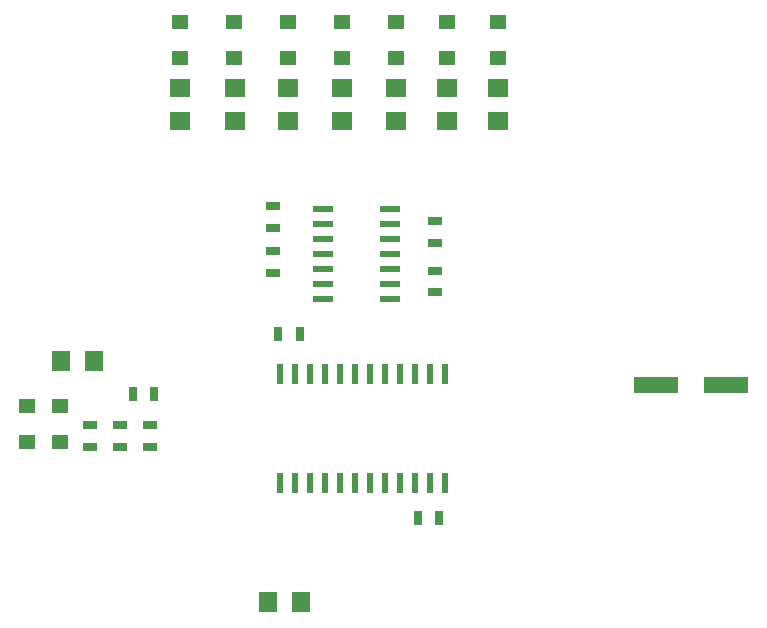
<source format=gtp>
G75*
%MOIN*%
%OFA0B0*%
%FSLAX24Y24*%
%IPPOS*%
%LPD*%
%AMOC8*
5,1,8,0,0,1.08239X$1,22.5*
%
%ADD10R,0.0472X0.0315*%
%ADD11R,0.0709X0.0236*%
%ADD12R,0.0236X0.0709*%
%ADD13R,0.1496X0.0551*%
%ADD14R,0.0551X0.0472*%
%ADD15R,0.0315X0.0472*%
%ADD16R,0.0709X0.0630*%
%ADD17R,0.0630X0.0709*%
D10*
X003880Y013439D03*
X003880Y014148D03*
X004880Y014148D03*
X004880Y013439D03*
X005880Y013439D03*
X005880Y014148D03*
X009980Y019239D03*
X009980Y019948D03*
X009980Y020739D03*
X009980Y021448D03*
X015380Y020948D03*
X015380Y020239D03*
X015380Y019298D03*
X015380Y018589D03*
D11*
X013891Y018343D03*
X013891Y018843D03*
X013891Y019343D03*
X013891Y019843D03*
X013891Y020343D03*
X013891Y020843D03*
X013891Y021343D03*
X011669Y021343D03*
X011669Y020843D03*
X011669Y020343D03*
X011669Y019843D03*
X011669Y019343D03*
X011669Y018843D03*
X011669Y018343D03*
D12*
X011730Y015854D03*
X012230Y015854D03*
X012730Y015854D03*
X013230Y015854D03*
X013730Y015854D03*
X014230Y015854D03*
X014730Y015854D03*
X015230Y015854D03*
X015730Y015854D03*
X015730Y012232D03*
X015230Y012232D03*
X014730Y012232D03*
X014230Y012232D03*
X013730Y012232D03*
X013230Y012232D03*
X012730Y012232D03*
X012230Y012232D03*
X011730Y012232D03*
X011230Y012232D03*
X010730Y012232D03*
X010230Y012232D03*
X010230Y015854D03*
X010730Y015854D03*
X011230Y015854D03*
D13*
X022749Y015493D03*
X025111Y015493D03*
D14*
X017480Y026403D03*
X017480Y027584D03*
X015780Y027584D03*
X015780Y026403D03*
X014080Y026403D03*
X014080Y027584D03*
X012280Y027584D03*
X012280Y026403D03*
X010480Y026403D03*
X010480Y027584D03*
X008680Y027584D03*
X008680Y026403D03*
X006880Y026403D03*
X006880Y027584D03*
X002880Y014784D03*
X001780Y014784D03*
X001780Y013603D03*
X002880Y013603D03*
D15*
X005326Y015193D03*
X006034Y015193D03*
X010176Y017193D03*
X010884Y017193D03*
X014826Y011043D03*
X015534Y011043D03*
D16*
X015780Y024292D03*
X015780Y025394D03*
X014080Y025394D03*
X014080Y024292D03*
X012280Y024292D03*
X012280Y025394D03*
X010480Y025394D03*
X010480Y024292D03*
X008730Y024292D03*
X008730Y025394D03*
X006880Y025394D03*
X006880Y024292D03*
X017480Y024292D03*
X017480Y025394D03*
D17*
X009829Y008243D03*
X010931Y008243D03*
X004031Y016293D03*
X002929Y016293D03*
M02*

</source>
